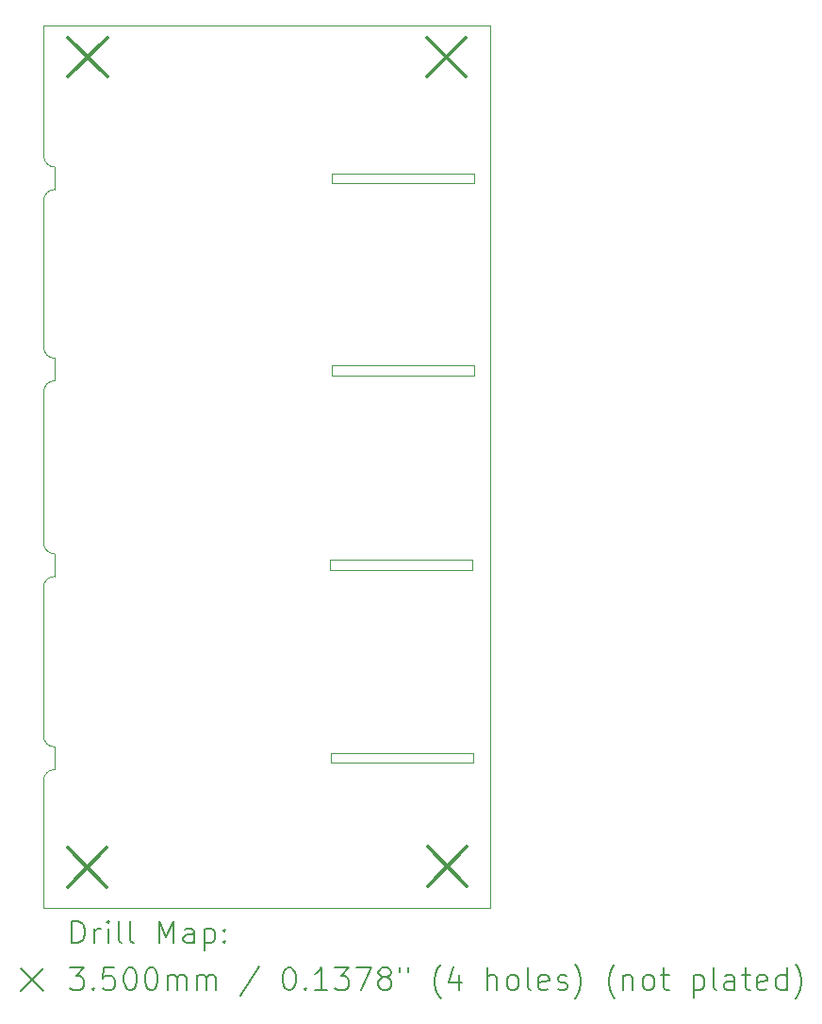
<source format=gbr>
%TF.GenerationSoftware,KiCad,Pcbnew,7.0.5*%
%TF.CreationDate,2023-07-07T20:16:56+02:00*%
%TF.ProjectId,78_1x39_1mm Solr tile,37382c31-7833-4392-9c31-6d6d20536f6c,rev?*%
%TF.SameCoordinates,Original*%
%TF.FileFunction,Drillmap*%
%TF.FilePolarity,Positive*%
%FSLAX45Y45*%
G04 Gerber Fmt 4.5, Leading zero omitted, Abs format (unit mm)*
G04 Created by KiCad (PCBNEW 7.0.5) date 2023-07-07 20:16:56*
%MOMM*%
%LPD*%
G01*
G04 APERTURE LIST*
%ADD10C,0.100000*%
%ADD11C,0.200000*%
%ADD12C,0.350000*%
G04 APERTURE END LIST*
D10*
X1595853Y-3436853D02*
X1596000Y-4751289D01*
X1594853Y-8639853D02*
X1595000Y-9782000D01*
X1694660Y-6807760D02*
G75*
G03*
X1594660Y-6907617I0J-100000D01*
G01*
X1695000Y-8540000D02*
X1695000Y-8338289D01*
X4170000Y-6662000D02*
X5449000Y-6662000D01*
X5449000Y-6750000D01*
X4170000Y-6750000D01*
X4170000Y-6662000D01*
X1596001Y-3035289D02*
G75*
G03*
X1696000Y-3135289I99999J-1D01*
G01*
X4176500Y-8391000D02*
X5455500Y-8391000D01*
X5455500Y-8479000D01*
X4176500Y-8479000D01*
X4176500Y-8391000D01*
X1694853Y-8539999D02*
G75*
G03*
X1594853Y-8639853I-4J-99996D01*
G01*
X1696000Y-3337000D02*
X1696000Y-3135289D01*
X1696000Y-5053000D02*
X1696000Y-4851289D01*
X1695853Y-3336999D02*
G75*
G03*
X1595853Y-3436853I-4J-99996D01*
G01*
X5608000Y-9781000D02*
X5609000Y-1863000D01*
X1595853Y-5152853D02*
X1594807Y-6506053D01*
X1594807Y-6506053D02*
G75*
G03*
X1694807Y-6606053I100003J3D01*
G01*
X1596001Y-4751289D02*
G75*
G03*
X1696000Y-4851289I99999J-1D01*
G01*
X4186500Y-3195000D02*
X5465500Y-3195000D01*
X5465500Y-3283000D01*
X4186500Y-3283000D01*
X4186500Y-3195000D01*
X1595001Y-8238289D02*
G75*
G03*
X1695000Y-8338289I99999J-1D01*
G01*
X1695853Y-5052999D02*
G75*
G03*
X1595853Y-5152853I-4J-99996D01*
G01*
X1594660Y-6907617D02*
X1595000Y-8238289D01*
X1694807Y-6807764D02*
X1694807Y-6606053D01*
X1596000Y-1862000D02*
X5609000Y-1863000D01*
X4183500Y-4917000D02*
X5462500Y-4917000D01*
X5462500Y-5005000D01*
X4183500Y-5005000D01*
X4183500Y-4917000D01*
X1595000Y-9782000D02*
X5608000Y-9781000D01*
X1596000Y-1862000D02*
X1596000Y-3035289D01*
D11*
D12*
X1814000Y-9244000D02*
X2164000Y-9594000D01*
X2164000Y-9244000D02*
X1814000Y-9594000D01*
X1815000Y-1976000D02*
X2165000Y-2326000D01*
X2165000Y-1976000D02*
X1815000Y-2326000D01*
X5038000Y-1973000D02*
X5388000Y-2323000D01*
X5388000Y-1973000D02*
X5038000Y-2323000D01*
X5045000Y-9235000D02*
X5395000Y-9585000D01*
X5395000Y-9235000D02*
X5045000Y-9585000D01*
D11*
X1850437Y-10098484D02*
X1850437Y-9898484D01*
X1850437Y-9898484D02*
X1898056Y-9898484D01*
X1898056Y-9898484D02*
X1926627Y-9908008D01*
X1926627Y-9908008D02*
X1945675Y-9927055D01*
X1945675Y-9927055D02*
X1955199Y-9946103D01*
X1955199Y-9946103D02*
X1964723Y-9984198D01*
X1964723Y-9984198D02*
X1964723Y-10012770D01*
X1964723Y-10012770D02*
X1955199Y-10050865D01*
X1955199Y-10050865D02*
X1945675Y-10069912D01*
X1945675Y-10069912D02*
X1926627Y-10088960D01*
X1926627Y-10088960D02*
X1898056Y-10098484D01*
X1898056Y-10098484D02*
X1850437Y-10098484D01*
X2050437Y-10098484D02*
X2050437Y-9965150D01*
X2050437Y-10003246D02*
X2059961Y-9984198D01*
X2059961Y-9984198D02*
X2069485Y-9974674D01*
X2069485Y-9974674D02*
X2088532Y-9965150D01*
X2088532Y-9965150D02*
X2107580Y-9965150D01*
X2174247Y-10098484D02*
X2174247Y-9965150D01*
X2174247Y-9898484D02*
X2164723Y-9908008D01*
X2164723Y-9908008D02*
X2174247Y-9917531D01*
X2174247Y-9917531D02*
X2183770Y-9908008D01*
X2183770Y-9908008D02*
X2174247Y-9898484D01*
X2174247Y-9898484D02*
X2174247Y-9917531D01*
X2298056Y-10098484D02*
X2279008Y-10088960D01*
X2279008Y-10088960D02*
X2269485Y-10069912D01*
X2269485Y-10069912D02*
X2269485Y-9898484D01*
X2402818Y-10098484D02*
X2383770Y-10088960D01*
X2383770Y-10088960D02*
X2374247Y-10069912D01*
X2374247Y-10069912D02*
X2374247Y-9898484D01*
X2631389Y-10098484D02*
X2631389Y-9898484D01*
X2631389Y-9898484D02*
X2698056Y-10041341D01*
X2698056Y-10041341D02*
X2764723Y-9898484D01*
X2764723Y-9898484D02*
X2764723Y-10098484D01*
X2945675Y-10098484D02*
X2945675Y-9993722D01*
X2945675Y-9993722D02*
X2936151Y-9974674D01*
X2936151Y-9974674D02*
X2917104Y-9965150D01*
X2917104Y-9965150D02*
X2879008Y-9965150D01*
X2879008Y-9965150D02*
X2859961Y-9974674D01*
X2945675Y-10088960D02*
X2926627Y-10098484D01*
X2926627Y-10098484D02*
X2879008Y-10098484D01*
X2879008Y-10098484D02*
X2859961Y-10088960D01*
X2859961Y-10088960D02*
X2850437Y-10069912D01*
X2850437Y-10069912D02*
X2850437Y-10050865D01*
X2850437Y-10050865D02*
X2859961Y-10031817D01*
X2859961Y-10031817D02*
X2879008Y-10022293D01*
X2879008Y-10022293D02*
X2926627Y-10022293D01*
X2926627Y-10022293D02*
X2945675Y-10012770D01*
X3040913Y-9965150D02*
X3040913Y-10165150D01*
X3040913Y-9974674D02*
X3059961Y-9965150D01*
X3059961Y-9965150D02*
X3098056Y-9965150D01*
X3098056Y-9965150D02*
X3117104Y-9974674D01*
X3117104Y-9974674D02*
X3126627Y-9984198D01*
X3126627Y-9984198D02*
X3136151Y-10003246D01*
X3136151Y-10003246D02*
X3136151Y-10060389D01*
X3136151Y-10060389D02*
X3126627Y-10079436D01*
X3126627Y-10079436D02*
X3117104Y-10088960D01*
X3117104Y-10088960D02*
X3098056Y-10098484D01*
X3098056Y-10098484D02*
X3059961Y-10098484D01*
X3059961Y-10098484D02*
X3040913Y-10088960D01*
X3221866Y-10079436D02*
X3231389Y-10088960D01*
X3231389Y-10088960D02*
X3221866Y-10098484D01*
X3221866Y-10098484D02*
X3212342Y-10088960D01*
X3212342Y-10088960D02*
X3221866Y-10079436D01*
X3221866Y-10079436D02*
X3221866Y-10098484D01*
X3221866Y-9974674D02*
X3231389Y-9984198D01*
X3231389Y-9984198D02*
X3221866Y-9993722D01*
X3221866Y-9993722D02*
X3212342Y-9984198D01*
X3212342Y-9984198D02*
X3221866Y-9974674D01*
X3221866Y-9974674D02*
X3221866Y-9993722D01*
X1389660Y-10327000D02*
X1589660Y-10527000D01*
X1589660Y-10327000D02*
X1389660Y-10527000D01*
X1831389Y-10318484D02*
X1955199Y-10318484D01*
X1955199Y-10318484D02*
X1888532Y-10394674D01*
X1888532Y-10394674D02*
X1917104Y-10394674D01*
X1917104Y-10394674D02*
X1936151Y-10404198D01*
X1936151Y-10404198D02*
X1945675Y-10413722D01*
X1945675Y-10413722D02*
X1955199Y-10432770D01*
X1955199Y-10432770D02*
X1955199Y-10480389D01*
X1955199Y-10480389D02*
X1945675Y-10499436D01*
X1945675Y-10499436D02*
X1936151Y-10508960D01*
X1936151Y-10508960D02*
X1917104Y-10518484D01*
X1917104Y-10518484D02*
X1859961Y-10518484D01*
X1859961Y-10518484D02*
X1840913Y-10508960D01*
X1840913Y-10508960D02*
X1831389Y-10499436D01*
X2040913Y-10499436D02*
X2050437Y-10508960D01*
X2050437Y-10508960D02*
X2040913Y-10518484D01*
X2040913Y-10518484D02*
X2031389Y-10508960D01*
X2031389Y-10508960D02*
X2040913Y-10499436D01*
X2040913Y-10499436D02*
X2040913Y-10518484D01*
X2231389Y-10318484D02*
X2136151Y-10318484D01*
X2136151Y-10318484D02*
X2126628Y-10413722D01*
X2126628Y-10413722D02*
X2136151Y-10404198D01*
X2136151Y-10404198D02*
X2155199Y-10394674D01*
X2155199Y-10394674D02*
X2202818Y-10394674D01*
X2202818Y-10394674D02*
X2221866Y-10404198D01*
X2221866Y-10404198D02*
X2231389Y-10413722D01*
X2231389Y-10413722D02*
X2240913Y-10432770D01*
X2240913Y-10432770D02*
X2240913Y-10480389D01*
X2240913Y-10480389D02*
X2231389Y-10499436D01*
X2231389Y-10499436D02*
X2221866Y-10508960D01*
X2221866Y-10508960D02*
X2202818Y-10518484D01*
X2202818Y-10518484D02*
X2155199Y-10518484D01*
X2155199Y-10518484D02*
X2136151Y-10508960D01*
X2136151Y-10508960D02*
X2126628Y-10499436D01*
X2364723Y-10318484D02*
X2383770Y-10318484D01*
X2383770Y-10318484D02*
X2402818Y-10328008D01*
X2402818Y-10328008D02*
X2412342Y-10337531D01*
X2412342Y-10337531D02*
X2421866Y-10356579D01*
X2421866Y-10356579D02*
X2431389Y-10394674D01*
X2431389Y-10394674D02*
X2431389Y-10442293D01*
X2431389Y-10442293D02*
X2421866Y-10480389D01*
X2421866Y-10480389D02*
X2412342Y-10499436D01*
X2412342Y-10499436D02*
X2402818Y-10508960D01*
X2402818Y-10508960D02*
X2383770Y-10518484D01*
X2383770Y-10518484D02*
X2364723Y-10518484D01*
X2364723Y-10518484D02*
X2345675Y-10508960D01*
X2345675Y-10508960D02*
X2336151Y-10499436D01*
X2336151Y-10499436D02*
X2326628Y-10480389D01*
X2326628Y-10480389D02*
X2317104Y-10442293D01*
X2317104Y-10442293D02*
X2317104Y-10394674D01*
X2317104Y-10394674D02*
X2326628Y-10356579D01*
X2326628Y-10356579D02*
X2336151Y-10337531D01*
X2336151Y-10337531D02*
X2345675Y-10328008D01*
X2345675Y-10328008D02*
X2364723Y-10318484D01*
X2555199Y-10318484D02*
X2574247Y-10318484D01*
X2574247Y-10318484D02*
X2593294Y-10328008D01*
X2593294Y-10328008D02*
X2602818Y-10337531D01*
X2602818Y-10337531D02*
X2612342Y-10356579D01*
X2612342Y-10356579D02*
X2621866Y-10394674D01*
X2621866Y-10394674D02*
X2621866Y-10442293D01*
X2621866Y-10442293D02*
X2612342Y-10480389D01*
X2612342Y-10480389D02*
X2602818Y-10499436D01*
X2602818Y-10499436D02*
X2593294Y-10508960D01*
X2593294Y-10508960D02*
X2574247Y-10518484D01*
X2574247Y-10518484D02*
X2555199Y-10518484D01*
X2555199Y-10518484D02*
X2536151Y-10508960D01*
X2536151Y-10508960D02*
X2526628Y-10499436D01*
X2526628Y-10499436D02*
X2517104Y-10480389D01*
X2517104Y-10480389D02*
X2507580Y-10442293D01*
X2507580Y-10442293D02*
X2507580Y-10394674D01*
X2507580Y-10394674D02*
X2517104Y-10356579D01*
X2517104Y-10356579D02*
X2526628Y-10337531D01*
X2526628Y-10337531D02*
X2536151Y-10328008D01*
X2536151Y-10328008D02*
X2555199Y-10318484D01*
X2707580Y-10518484D02*
X2707580Y-10385150D01*
X2707580Y-10404198D02*
X2717104Y-10394674D01*
X2717104Y-10394674D02*
X2736151Y-10385150D01*
X2736151Y-10385150D02*
X2764723Y-10385150D01*
X2764723Y-10385150D02*
X2783770Y-10394674D01*
X2783770Y-10394674D02*
X2793294Y-10413722D01*
X2793294Y-10413722D02*
X2793294Y-10518484D01*
X2793294Y-10413722D02*
X2802818Y-10394674D01*
X2802818Y-10394674D02*
X2821866Y-10385150D01*
X2821866Y-10385150D02*
X2850437Y-10385150D01*
X2850437Y-10385150D02*
X2869485Y-10394674D01*
X2869485Y-10394674D02*
X2879008Y-10413722D01*
X2879008Y-10413722D02*
X2879008Y-10518484D01*
X2974247Y-10518484D02*
X2974247Y-10385150D01*
X2974247Y-10404198D02*
X2983770Y-10394674D01*
X2983770Y-10394674D02*
X3002818Y-10385150D01*
X3002818Y-10385150D02*
X3031389Y-10385150D01*
X3031389Y-10385150D02*
X3050437Y-10394674D01*
X3050437Y-10394674D02*
X3059961Y-10413722D01*
X3059961Y-10413722D02*
X3059961Y-10518484D01*
X3059961Y-10413722D02*
X3069485Y-10394674D01*
X3069485Y-10394674D02*
X3088532Y-10385150D01*
X3088532Y-10385150D02*
X3117104Y-10385150D01*
X3117104Y-10385150D02*
X3136151Y-10394674D01*
X3136151Y-10394674D02*
X3145675Y-10413722D01*
X3145675Y-10413722D02*
X3145675Y-10518484D01*
X3536151Y-10308960D02*
X3364723Y-10566103D01*
X3793294Y-10318484D02*
X3812342Y-10318484D01*
X3812342Y-10318484D02*
X3831390Y-10328008D01*
X3831390Y-10328008D02*
X3840913Y-10337531D01*
X3840913Y-10337531D02*
X3850437Y-10356579D01*
X3850437Y-10356579D02*
X3859961Y-10394674D01*
X3859961Y-10394674D02*
X3859961Y-10442293D01*
X3859961Y-10442293D02*
X3850437Y-10480389D01*
X3850437Y-10480389D02*
X3840913Y-10499436D01*
X3840913Y-10499436D02*
X3831390Y-10508960D01*
X3831390Y-10508960D02*
X3812342Y-10518484D01*
X3812342Y-10518484D02*
X3793294Y-10518484D01*
X3793294Y-10518484D02*
X3774247Y-10508960D01*
X3774247Y-10508960D02*
X3764723Y-10499436D01*
X3764723Y-10499436D02*
X3755199Y-10480389D01*
X3755199Y-10480389D02*
X3745675Y-10442293D01*
X3745675Y-10442293D02*
X3745675Y-10394674D01*
X3745675Y-10394674D02*
X3755199Y-10356579D01*
X3755199Y-10356579D02*
X3764723Y-10337531D01*
X3764723Y-10337531D02*
X3774247Y-10328008D01*
X3774247Y-10328008D02*
X3793294Y-10318484D01*
X3945675Y-10499436D02*
X3955199Y-10508960D01*
X3955199Y-10508960D02*
X3945675Y-10518484D01*
X3945675Y-10518484D02*
X3936151Y-10508960D01*
X3936151Y-10508960D02*
X3945675Y-10499436D01*
X3945675Y-10499436D02*
X3945675Y-10518484D01*
X4145675Y-10518484D02*
X4031390Y-10518484D01*
X4088532Y-10518484D02*
X4088532Y-10318484D01*
X4088532Y-10318484D02*
X4069485Y-10347055D01*
X4069485Y-10347055D02*
X4050437Y-10366103D01*
X4050437Y-10366103D02*
X4031390Y-10375627D01*
X4212342Y-10318484D02*
X4336152Y-10318484D01*
X4336152Y-10318484D02*
X4269485Y-10394674D01*
X4269485Y-10394674D02*
X4298056Y-10394674D01*
X4298056Y-10394674D02*
X4317104Y-10404198D01*
X4317104Y-10404198D02*
X4326628Y-10413722D01*
X4326628Y-10413722D02*
X4336152Y-10432770D01*
X4336152Y-10432770D02*
X4336152Y-10480389D01*
X4336152Y-10480389D02*
X4326628Y-10499436D01*
X4326628Y-10499436D02*
X4317104Y-10508960D01*
X4317104Y-10508960D02*
X4298056Y-10518484D01*
X4298056Y-10518484D02*
X4240913Y-10518484D01*
X4240913Y-10518484D02*
X4221866Y-10508960D01*
X4221866Y-10508960D02*
X4212342Y-10499436D01*
X4402818Y-10318484D02*
X4536152Y-10318484D01*
X4536152Y-10318484D02*
X4450437Y-10518484D01*
X4640913Y-10404198D02*
X4621866Y-10394674D01*
X4621866Y-10394674D02*
X4612342Y-10385150D01*
X4612342Y-10385150D02*
X4602818Y-10366103D01*
X4602818Y-10366103D02*
X4602818Y-10356579D01*
X4602818Y-10356579D02*
X4612342Y-10337531D01*
X4612342Y-10337531D02*
X4621866Y-10328008D01*
X4621866Y-10328008D02*
X4640913Y-10318484D01*
X4640913Y-10318484D02*
X4679009Y-10318484D01*
X4679009Y-10318484D02*
X4698056Y-10328008D01*
X4698056Y-10328008D02*
X4707580Y-10337531D01*
X4707580Y-10337531D02*
X4717104Y-10356579D01*
X4717104Y-10356579D02*
X4717104Y-10366103D01*
X4717104Y-10366103D02*
X4707580Y-10385150D01*
X4707580Y-10385150D02*
X4698056Y-10394674D01*
X4698056Y-10394674D02*
X4679009Y-10404198D01*
X4679009Y-10404198D02*
X4640913Y-10404198D01*
X4640913Y-10404198D02*
X4621866Y-10413722D01*
X4621866Y-10413722D02*
X4612342Y-10423246D01*
X4612342Y-10423246D02*
X4602818Y-10442293D01*
X4602818Y-10442293D02*
X4602818Y-10480389D01*
X4602818Y-10480389D02*
X4612342Y-10499436D01*
X4612342Y-10499436D02*
X4621866Y-10508960D01*
X4621866Y-10508960D02*
X4640913Y-10518484D01*
X4640913Y-10518484D02*
X4679009Y-10518484D01*
X4679009Y-10518484D02*
X4698056Y-10508960D01*
X4698056Y-10508960D02*
X4707580Y-10499436D01*
X4707580Y-10499436D02*
X4717104Y-10480389D01*
X4717104Y-10480389D02*
X4717104Y-10442293D01*
X4717104Y-10442293D02*
X4707580Y-10423246D01*
X4707580Y-10423246D02*
X4698056Y-10413722D01*
X4698056Y-10413722D02*
X4679009Y-10404198D01*
X4793294Y-10318484D02*
X4793294Y-10356579D01*
X4869485Y-10318484D02*
X4869485Y-10356579D01*
X5164723Y-10594674D02*
X5155199Y-10585150D01*
X5155199Y-10585150D02*
X5136152Y-10556579D01*
X5136152Y-10556579D02*
X5126628Y-10537531D01*
X5126628Y-10537531D02*
X5117104Y-10508960D01*
X5117104Y-10508960D02*
X5107580Y-10461341D01*
X5107580Y-10461341D02*
X5107580Y-10423246D01*
X5107580Y-10423246D02*
X5117104Y-10375627D01*
X5117104Y-10375627D02*
X5126628Y-10347055D01*
X5126628Y-10347055D02*
X5136152Y-10328008D01*
X5136152Y-10328008D02*
X5155199Y-10299436D01*
X5155199Y-10299436D02*
X5164723Y-10289912D01*
X5326628Y-10385150D02*
X5326628Y-10518484D01*
X5279009Y-10308960D02*
X5231390Y-10451817D01*
X5231390Y-10451817D02*
X5355199Y-10451817D01*
X5583771Y-10518484D02*
X5583771Y-10318484D01*
X5669485Y-10518484D02*
X5669485Y-10413722D01*
X5669485Y-10413722D02*
X5659961Y-10394674D01*
X5659961Y-10394674D02*
X5640914Y-10385150D01*
X5640914Y-10385150D02*
X5612342Y-10385150D01*
X5612342Y-10385150D02*
X5593294Y-10394674D01*
X5593294Y-10394674D02*
X5583771Y-10404198D01*
X5793294Y-10518484D02*
X5774247Y-10508960D01*
X5774247Y-10508960D02*
X5764723Y-10499436D01*
X5764723Y-10499436D02*
X5755199Y-10480389D01*
X5755199Y-10480389D02*
X5755199Y-10423246D01*
X5755199Y-10423246D02*
X5764723Y-10404198D01*
X5764723Y-10404198D02*
X5774247Y-10394674D01*
X5774247Y-10394674D02*
X5793294Y-10385150D01*
X5793294Y-10385150D02*
X5821866Y-10385150D01*
X5821866Y-10385150D02*
X5840914Y-10394674D01*
X5840914Y-10394674D02*
X5850437Y-10404198D01*
X5850437Y-10404198D02*
X5859961Y-10423246D01*
X5859961Y-10423246D02*
X5859961Y-10480389D01*
X5859961Y-10480389D02*
X5850437Y-10499436D01*
X5850437Y-10499436D02*
X5840914Y-10508960D01*
X5840914Y-10508960D02*
X5821866Y-10518484D01*
X5821866Y-10518484D02*
X5793294Y-10518484D01*
X5974247Y-10518484D02*
X5955199Y-10508960D01*
X5955199Y-10508960D02*
X5945675Y-10489912D01*
X5945675Y-10489912D02*
X5945675Y-10318484D01*
X6126628Y-10508960D02*
X6107580Y-10518484D01*
X6107580Y-10518484D02*
X6069485Y-10518484D01*
X6069485Y-10518484D02*
X6050437Y-10508960D01*
X6050437Y-10508960D02*
X6040914Y-10489912D01*
X6040914Y-10489912D02*
X6040914Y-10413722D01*
X6040914Y-10413722D02*
X6050437Y-10394674D01*
X6050437Y-10394674D02*
X6069485Y-10385150D01*
X6069485Y-10385150D02*
X6107580Y-10385150D01*
X6107580Y-10385150D02*
X6126628Y-10394674D01*
X6126628Y-10394674D02*
X6136152Y-10413722D01*
X6136152Y-10413722D02*
X6136152Y-10432770D01*
X6136152Y-10432770D02*
X6040914Y-10451817D01*
X6212342Y-10508960D02*
X6231390Y-10518484D01*
X6231390Y-10518484D02*
X6269485Y-10518484D01*
X6269485Y-10518484D02*
X6288533Y-10508960D01*
X6288533Y-10508960D02*
X6298056Y-10489912D01*
X6298056Y-10489912D02*
X6298056Y-10480389D01*
X6298056Y-10480389D02*
X6288533Y-10461341D01*
X6288533Y-10461341D02*
X6269485Y-10451817D01*
X6269485Y-10451817D02*
X6240914Y-10451817D01*
X6240914Y-10451817D02*
X6221866Y-10442293D01*
X6221866Y-10442293D02*
X6212342Y-10423246D01*
X6212342Y-10423246D02*
X6212342Y-10413722D01*
X6212342Y-10413722D02*
X6221866Y-10394674D01*
X6221866Y-10394674D02*
X6240914Y-10385150D01*
X6240914Y-10385150D02*
X6269485Y-10385150D01*
X6269485Y-10385150D02*
X6288533Y-10394674D01*
X6364723Y-10594674D02*
X6374247Y-10585150D01*
X6374247Y-10585150D02*
X6393295Y-10556579D01*
X6393295Y-10556579D02*
X6402818Y-10537531D01*
X6402818Y-10537531D02*
X6412342Y-10508960D01*
X6412342Y-10508960D02*
X6421866Y-10461341D01*
X6421866Y-10461341D02*
X6421866Y-10423246D01*
X6421866Y-10423246D02*
X6412342Y-10375627D01*
X6412342Y-10375627D02*
X6402818Y-10347055D01*
X6402818Y-10347055D02*
X6393295Y-10328008D01*
X6393295Y-10328008D02*
X6374247Y-10299436D01*
X6374247Y-10299436D02*
X6364723Y-10289912D01*
X6726628Y-10594674D02*
X6717104Y-10585150D01*
X6717104Y-10585150D02*
X6698056Y-10556579D01*
X6698056Y-10556579D02*
X6688533Y-10537531D01*
X6688533Y-10537531D02*
X6679009Y-10508960D01*
X6679009Y-10508960D02*
X6669485Y-10461341D01*
X6669485Y-10461341D02*
X6669485Y-10423246D01*
X6669485Y-10423246D02*
X6679009Y-10375627D01*
X6679009Y-10375627D02*
X6688533Y-10347055D01*
X6688533Y-10347055D02*
X6698056Y-10328008D01*
X6698056Y-10328008D02*
X6717104Y-10299436D01*
X6717104Y-10299436D02*
X6726628Y-10289912D01*
X6802818Y-10385150D02*
X6802818Y-10518484D01*
X6802818Y-10404198D02*
X6812342Y-10394674D01*
X6812342Y-10394674D02*
X6831390Y-10385150D01*
X6831390Y-10385150D02*
X6859961Y-10385150D01*
X6859961Y-10385150D02*
X6879009Y-10394674D01*
X6879009Y-10394674D02*
X6888533Y-10413722D01*
X6888533Y-10413722D02*
X6888533Y-10518484D01*
X7012342Y-10518484D02*
X6993295Y-10508960D01*
X6993295Y-10508960D02*
X6983771Y-10499436D01*
X6983771Y-10499436D02*
X6974247Y-10480389D01*
X6974247Y-10480389D02*
X6974247Y-10423246D01*
X6974247Y-10423246D02*
X6983771Y-10404198D01*
X6983771Y-10404198D02*
X6993295Y-10394674D01*
X6993295Y-10394674D02*
X7012342Y-10385150D01*
X7012342Y-10385150D02*
X7040914Y-10385150D01*
X7040914Y-10385150D02*
X7059961Y-10394674D01*
X7059961Y-10394674D02*
X7069485Y-10404198D01*
X7069485Y-10404198D02*
X7079009Y-10423246D01*
X7079009Y-10423246D02*
X7079009Y-10480389D01*
X7079009Y-10480389D02*
X7069485Y-10499436D01*
X7069485Y-10499436D02*
X7059961Y-10508960D01*
X7059961Y-10508960D02*
X7040914Y-10518484D01*
X7040914Y-10518484D02*
X7012342Y-10518484D01*
X7136152Y-10385150D02*
X7212342Y-10385150D01*
X7164723Y-10318484D02*
X7164723Y-10489912D01*
X7164723Y-10489912D02*
X7174247Y-10508960D01*
X7174247Y-10508960D02*
X7193295Y-10518484D01*
X7193295Y-10518484D02*
X7212342Y-10518484D01*
X7431390Y-10385150D02*
X7431390Y-10585150D01*
X7431390Y-10394674D02*
X7450437Y-10385150D01*
X7450437Y-10385150D02*
X7488533Y-10385150D01*
X7488533Y-10385150D02*
X7507580Y-10394674D01*
X7507580Y-10394674D02*
X7517104Y-10404198D01*
X7517104Y-10404198D02*
X7526628Y-10423246D01*
X7526628Y-10423246D02*
X7526628Y-10480389D01*
X7526628Y-10480389D02*
X7517104Y-10499436D01*
X7517104Y-10499436D02*
X7507580Y-10508960D01*
X7507580Y-10508960D02*
X7488533Y-10518484D01*
X7488533Y-10518484D02*
X7450437Y-10518484D01*
X7450437Y-10518484D02*
X7431390Y-10508960D01*
X7640914Y-10518484D02*
X7621866Y-10508960D01*
X7621866Y-10508960D02*
X7612342Y-10489912D01*
X7612342Y-10489912D02*
X7612342Y-10318484D01*
X7802818Y-10518484D02*
X7802818Y-10413722D01*
X7802818Y-10413722D02*
X7793295Y-10394674D01*
X7793295Y-10394674D02*
X7774247Y-10385150D01*
X7774247Y-10385150D02*
X7736152Y-10385150D01*
X7736152Y-10385150D02*
X7717104Y-10394674D01*
X7802818Y-10508960D02*
X7783771Y-10518484D01*
X7783771Y-10518484D02*
X7736152Y-10518484D01*
X7736152Y-10518484D02*
X7717104Y-10508960D01*
X7717104Y-10508960D02*
X7707580Y-10489912D01*
X7707580Y-10489912D02*
X7707580Y-10470865D01*
X7707580Y-10470865D02*
X7717104Y-10451817D01*
X7717104Y-10451817D02*
X7736152Y-10442293D01*
X7736152Y-10442293D02*
X7783771Y-10442293D01*
X7783771Y-10442293D02*
X7802818Y-10432770D01*
X7869485Y-10385150D02*
X7945676Y-10385150D01*
X7898057Y-10318484D02*
X7898057Y-10489912D01*
X7898057Y-10489912D02*
X7907580Y-10508960D01*
X7907580Y-10508960D02*
X7926628Y-10518484D01*
X7926628Y-10518484D02*
X7945676Y-10518484D01*
X8088533Y-10508960D02*
X8069485Y-10518484D01*
X8069485Y-10518484D02*
X8031390Y-10518484D01*
X8031390Y-10518484D02*
X8012342Y-10508960D01*
X8012342Y-10508960D02*
X8002818Y-10489912D01*
X8002818Y-10489912D02*
X8002818Y-10413722D01*
X8002818Y-10413722D02*
X8012342Y-10394674D01*
X8012342Y-10394674D02*
X8031390Y-10385150D01*
X8031390Y-10385150D02*
X8069485Y-10385150D01*
X8069485Y-10385150D02*
X8088533Y-10394674D01*
X8088533Y-10394674D02*
X8098057Y-10413722D01*
X8098057Y-10413722D02*
X8098057Y-10432770D01*
X8098057Y-10432770D02*
X8002818Y-10451817D01*
X8269485Y-10518484D02*
X8269485Y-10318484D01*
X8269485Y-10508960D02*
X8250438Y-10518484D01*
X8250438Y-10518484D02*
X8212342Y-10518484D01*
X8212342Y-10518484D02*
X8193295Y-10508960D01*
X8193295Y-10508960D02*
X8183771Y-10499436D01*
X8183771Y-10499436D02*
X8174247Y-10480389D01*
X8174247Y-10480389D02*
X8174247Y-10423246D01*
X8174247Y-10423246D02*
X8183771Y-10404198D01*
X8183771Y-10404198D02*
X8193295Y-10394674D01*
X8193295Y-10394674D02*
X8212342Y-10385150D01*
X8212342Y-10385150D02*
X8250438Y-10385150D01*
X8250438Y-10385150D02*
X8269485Y-10394674D01*
X8345676Y-10594674D02*
X8355199Y-10585150D01*
X8355199Y-10585150D02*
X8374247Y-10556579D01*
X8374247Y-10556579D02*
X8383771Y-10537531D01*
X8383771Y-10537531D02*
X8393295Y-10508960D01*
X8393295Y-10508960D02*
X8402819Y-10461341D01*
X8402819Y-10461341D02*
X8402819Y-10423246D01*
X8402819Y-10423246D02*
X8393295Y-10375627D01*
X8393295Y-10375627D02*
X8383771Y-10347055D01*
X8383771Y-10347055D02*
X8374247Y-10328008D01*
X8374247Y-10328008D02*
X8355199Y-10299436D01*
X8355199Y-10299436D02*
X8345676Y-10289912D01*
M02*

</source>
